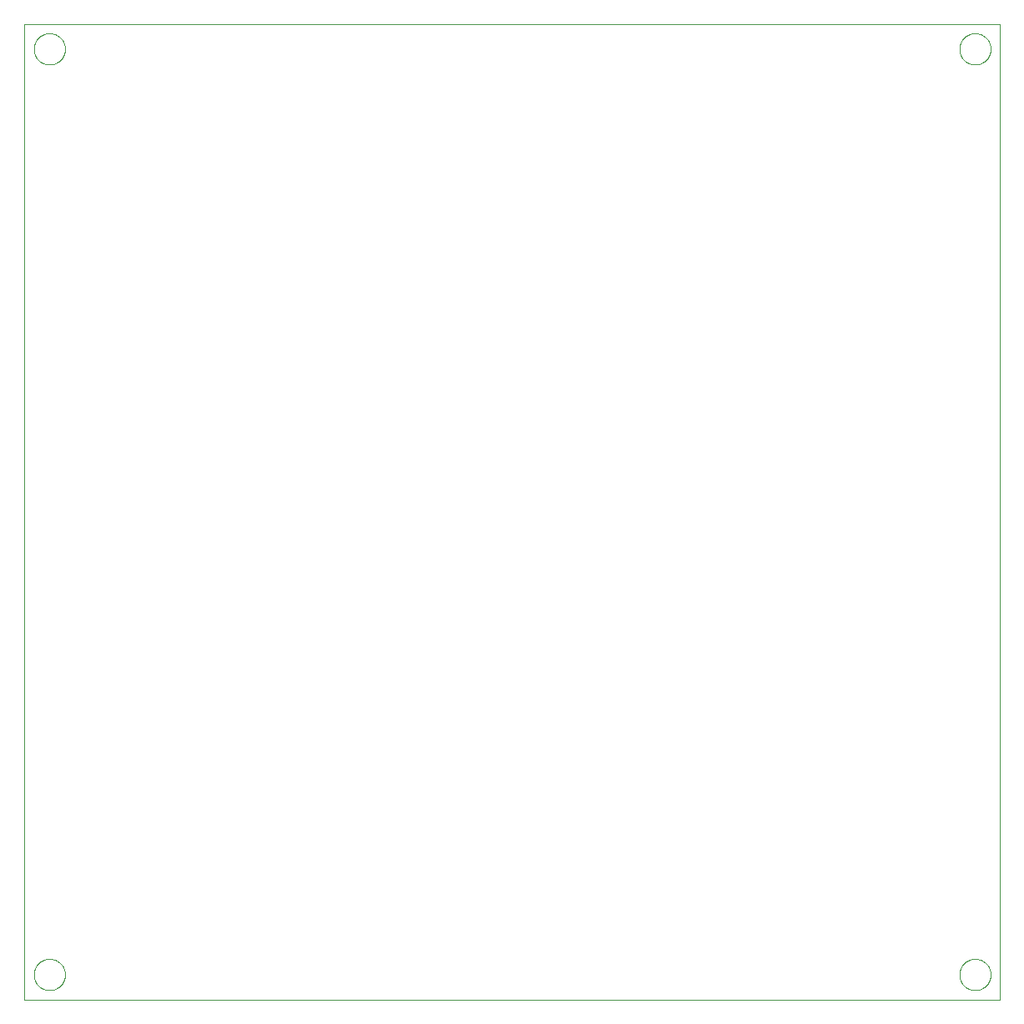
<source format=gko>
G75*
%MOIN*%
%OFA0B0*%
%FSLAX25Y25*%
%IPPOS*%
%LPD*%
%AMOC8*
5,1,8,0,0,1.08239X$1,22.5*
%
%ADD10C,0.00000*%
D10*
X0006300Y0006300D02*
X0006300Y0396300D01*
X0396300Y0396300D01*
X0396300Y0006300D01*
X0006300Y0006300D01*
X0010050Y0016300D02*
X0010052Y0016458D01*
X0010058Y0016615D01*
X0010068Y0016773D01*
X0010082Y0016930D01*
X0010100Y0017086D01*
X0010121Y0017243D01*
X0010147Y0017398D01*
X0010177Y0017553D01*
X0010210Y0017707D01*
X0010248Y0017860D01*
X0010289Y0018013D01*
X0010334Y0018164D01*
X0010383Y0018314D01*
X0010436Y0018462D01*
X0010492Y0018610D01*
X0010553Y0018755D01*
X0010616Y0018900D01*
X0010684Y0019042D01*
X0010755Y0019183D01*
X0010829Y0019322D01*
X0010907Y0019459D01*
X0010989Y0019594D01*
X0011073Y0019727D01*
X0011162Y0019858D01*
X0011253Y0019986D01*
X0011348Y0020113D01*
X0011445Y0020236D01*
X0011546Y0020358D01*
X0011650Y0020476D01*
X0011757Y0020592D01*
X0011867Y0020705D01*
X0011979Y0020816D01*
X0012095Y0020923D01*
X0012213Y0021028D01*
X0012333Y0021130D01*
X0012456Y0021228D01*
X0012582Y0021324D01*
X0012710Y0021416D01*
X0012840Y0021505D01*
X0012972Y0021591D01*
X0013107Y0021673D01*
X0013244Y0021752D01*
X0013382Y0021827D01*
X0013522Y0021899D01*
X0013665Y0021967D01*
X0013808Y0022032D01*
X0013954Y0022093D01*
X0014101Y0022150D01*
X0014249Y0022204D01*
X0014399Y0022254D01*
X0014549Y0022300D01*
X0014701Y0022342D01*
X0014854Y0022381D01*
X0015008Y0022415D01*
X0015163Y0022446D01*
X0015318Y0022472D01*
X0015474Y0022495D01*
X0015631Y0022514D01*
X0015788Y0022529D01*
X0015945Y0022540D01*
X0016103Y0022547D01*
X0016261Y0022550D01*
X0016418Y0022549D01*
X0016576Y0022544D01*
X0016733Y0022535D01*
X0016891Y0022522D01*
X0017047Y0022505D01*
X0017204Y0022484D01*
X0017359Y0022460D01*
X0017514Y0022431D01*
X0017669Y0022398D01*
X0017822Y0022362D01*
X0017975Y0022321D01*
X0018126Y0022277D01*
X0018276Y0022229D01*
X0018425Y0022178D01*
X0018573Y0022122D01*
X0018719Y0022063D01*
X0018864Y0022000D01*
X0019007Y0021933D01*
X0019148Y0021863D01*
X0019287Y0021790D01*
X0019425Y0021713D01*
X0019561Y0021632D01*
X0019694Y0021548D01*
X0019825Y0021461D01*
X0019954Y0021370D01*
X0020081Y0021276D01*
X0020206Y0021179D01*
X0020327Y0021079D01*
X0020447Y0020976D01*
X0020563Y0020870D01*
X0020677Y0020761D01*
X0020789Y0020649D01*
X0020897Y0020535D01*
X0021002Y0020417D01*
X0021105Y0020297D01*
X0021204Y0020175D01*
X0021300Y0020050D01*
X0021393Y0019922D01*
X0021483Y0019793D01*
X0021569Y0019661D01*
X0021653Y0019527D01*
X0021732Y0019391D01*
X0021809Y0019253D01*
X0021881Y0019113D01*
X0021950Y0018971D01*
X0022016Y0018828D01*
X0022078Y0018683D01*
X0022136Y0018536D01*
X0022191Y0018388D01*
X0022242Y0018239D01*
X0022289Y0018088D01*
X0022332Y0017937D01*
X0022371Y0017784D01*
X0022407Y0017630D01*
X0022438Y0017476D01*
X0022466Y0017321D01*
X0022490Y0017165D01*
X0022510Y0017008D01*
X0022526Y0016851D01*
X0022538Y0016694D01*
X0022546Y0016537D01*
X0022550Y0016379D01*
X0022550Y0016221D01*
X0022546Y0016063D01*
X0022538Y0015906D01*
X0022526Y0015749D01*
X0022510Y0015592D01*
X0022490Y0015435D01*
X0022466Y0015279D01*
X0022438Y0015124D01*
X0022407Y0014970D01*
X0022371Y0014816D01*
X0022332Y0014663D01*
X0022289Y0014512D01*
X0022242Y0014361D01*
X0022191Y0014212D01*
X0022136Y0014064D01*
X0022078Y0013917D01*
X0022016Y0013772D01*
X0021950Y0013629D01*
X0021881Y0013487D01*
X0021809Y0013347D01*
X0021732Y0013209D01*
X0021653Y0013073D01*
X0021569Y0012939D01*
X0021483Y0012807D01*
X0021393Y0012678D01*
X0021300Y0012550D01*
X0021204Y0012425D01*
X0021105Y0012303D01*
X0021002Y0012183D01*
X0020897Y0012065D01*
X0020789Y0011951D01*
X0020677Y0011839D01*
X0020563Y0011730D01*
X0020447Y0011624D01*
X0020327Y0011521D01*
X0020206Y0011421D01*
X0020081Y0011324D01*
X0019954Y0011230D01*
X0019825Y0011139D01*
X0019694Y0011052D01*
X0019561Y0010968D01*
X0019425Y0010887D01*
X0019287Y0010810D01*
X0019148Y0010737D01*
X0019007Y0010667D01*
X0018864Y0010600D01*
X0018719Y0010537D01*
X0018573Y0010478D01*
X0018425Y0010422D01*
X0018276Y0010371D01*
X0018126Y0010323D01*
X0017975Y0010279D01*
X0017822Y0010238D01*
X0017669Y0010202D01*
X0017514Y0010169D01*
X0017359Y0010140D01*
X0017204Y0010116D01*
X0017047Y0010095D01*
X0016891Y0010078D01*
X0016733Y0010065D01*
X0016576Y0010056D01*
X0016418Y0010051D01*
X0016261Y0010050D01*
X0016103Y0010053D01*
X0015945Y0010060D01*
X0015788Y0010071D01*
X0015631Y0010086D01*
X0015474Y0010105D01*
X0015318Y0010128D01*
X0015163Y0010154D01*
X0015008Y0010185D01*
X0014854Y0010219D01*
X0014701Y0010258D01*
X0014549Y0010300D01*
X0014399Y0010346D01*
X0014249Y0010396D01*
X0014101Y0010450D01*
X0013954Y0010507D01*
X0013808Y0010568D01*
X0013665Y0010633D01*
X0013522Y0010701D01*
X0013382Y0010773D01*
X0013244Y0010848D01*
X0013107Y0010927D01*
X0012972Y0011009D01*
X0012840Y0011095D01*
X0012710Y0011184D01*
X0012582Y0011276D01*
X0012456Y0011372D01*
X0012333Y0011470D01*
X0012213Y0011572D01*
X0012095Y0011677D01*
X0011979Y0011784D01*
X0011867Y0011895D01*
X0011757Y0012008D01*
X0011650Y0012124D01*
X0011546Y0012242D01*
X0011445Y0012364D01*
X0011348Y0012487D01*
X0011253Y0012614D01*
X0011162Y0012742D01*
X0011073Y0012873D01*
X0010989Y0013006D01*
X0010907Y0013141D01*
X0010829Y0013278D01*
X0010755Y0013417D01*
X0010684Y0013558D01*
X0010616Y0013700D01*
X0010553Y0013845D01*
X0010492Y0013990D01*
X0010436Y0014138D01*
X0010383Y0014286D01*
X0010334Y0014436D01*
X0010289Y0014587D01*
X0010248Y0014740D01*
X0010210Y0014893D01*
X0010177Y0015047D01*
X0010147Y0015202D01*
X0010121Y0015357D01*
X0010100Y0015514D01*
X0010082Y0015670D01*
X0010068Y0015827D01*
X0010058Y0015985D01*
X0010052Y0016142D01*
X0010050Y0016300D01*
X0010050Y0386300D02*
X0010052Y0386458D01*
X0010058Y0386615D01*
X0010068Y0386773D01*
X0010082Y0386930D01*
X0010100Y0387086D01*
X0010121Y0387243D01*
X0010147Y0387398D01*
X0010177Y0387553D01*
X0010210Y0387707D01*
X0010248Y0387860D01*
X0010289Y0388013D01*
X0010334Y0388164D01*
X0010383Y0388314D01*
X0010436Y0388462D01*
X0010492Y0388610D01*
X0010553Y0388755D01*
X0010616Y0388900D01*
X0010684Y0389042D01*
X0010755Y0389183D01*
X0010829Y0389322D01*
X0010907Y0389459D01*
X0010989Y0389594D01*
X0011073Y0389727D01*
X0011162Y0389858D01*
X0011253Y0389986D01*
X0011348Y0390113D01*
X0011445Y0390236D01*
X0011546Y0390358D01*
X0011650Y0390476D01*
X0011757Y0390592D01*
X0011867Y0390705D01*
X0011979Y0390816D01*
X0012095Y0390923D01*
X0012213Y0391028D01*
X0012333Y0391130D01*
X0012456Y0391228D01*
X0012582Y0391324D01*
X0012710Y0391416D01*
X0012840Y0391505D01*
X0012972Y0391591D01*
X0013107Y0391673D01*
X0013244Y0391752D01*
X0013382Y0391827D01*
X0013522Y0391899D01*
X0013665Y0391967D01*
X0013808Y0392032D01*
X0013954Y0392093D01*
X0014101Y0392150D01*
X0014249Y0392204D01*
X0014399Y0392254D01*
X0014549Y0392300D01*
X0014701Y0392342D01*
X0014854Y0392381D01*
X0015008Y0392415D01*
X0015163Y0392446D01*
X0015318Y0392472D01*
X0015474Y0392495D01*
X0015631Y0392514D01*
X0015788Y0392529D01*
X0015945Y0392540D01*
X0016103Y0392547D01*
X0016261Y0392550D01*
X0016418Y0392549D01*
X0016576Y0392544D01*
X0016733Y0392535D01*
X0016891Y0392522D01*
X0017047Y0392505D01*
X0017204Y0392484D01*
X0017359Y0392460D01*
X0017514Y0392431D01*
X0017669Y0392398D01*
X0017822Y0392362D01*
X0017975Y0392321D01*
X0018126Y0392277D01*
X0018276Y0392229D01*
X0018425Y0392178D01*
X0018573Y0392122D01*
X0018719Y0392063D01*
X0018864Y0392000D01*
X0019007Y0391933D01*
X0019148Y0391863D01*
X0019287Y0391790D01*
X0019425Y0391713D01*
X0019561Y0391632D01*
X0019694Y0391548D01*
X0019825Y0391461D01*
X0019954Y0391370D01*
X0020081Y0391276D01*
X0020206Y0391179D01*
X0020327Y0391079D01*
X0020447Y0390976D01*
X0020563Y0390870D01*
X0020677Y0390761D01*
X0020789Y0390649D01*
X0020897Y0390535D01*
X0021002Y0390417D01*
X0021105Y0390297D01*
X0021204Y0390175D01*
X0021300Y0390050D01*
X0021393Y0389922D01*
X0021483Y0389793D01*
X0021569Y0389661D01*
X0021653Y0389527D01*
X0021732Y0389391D01*
X0021809Y0389253D01*
X0021881Y0389113D01*
X0021950Y0388971D01*
X0022016Y0388828D01*
X0022078Y0388683D01*
X0022136Y0388536D01*
X0022191Y0388388D01*
X0022242Y0388239D01*
X0022289Y0388088D01*
X0022332Y0387937D01*
X0022371Y0387784D01*
X0022407Y0387630D01*
X0022438Y0387476D01*
X0022466Y0387321D01*
X0022490Y0387165D01*
X0022510Y0387008D01*
X0022526Y0386851D01*
X0022538Y0386694D01*
X0022546Y0386537D01*
X0022550Y0386379D01*
X0022550Y0386221D01*
X0022546Y0386063D01*
X0022538Y0385906D01*
X0022526Y0385749D01*
X0022510Y0385592D01*
X0022490Y0385435D01*
X0022466Y0385279D01*
X0022438Y0385124D01*
X0022407Y0384970D01*
X0022371Y0384816D01*
X0022332Y0384663D01*
X0022289Y0384512D01*
X0022242Y0384361D01*
X0022191Y0384212D01*
X0022136Y0384064D01*
X0022078Y0383917D01*
X0022016Y0383772D01*
X0021950Y0383629D01*
X0021881Y0383487D01*
X0021809Y0383347D01*
X0021732Y0383209D01*
X0021653Y0383073D01*
X0021569Y0382939D01*
X0021483Y0382807D01*
X0021393Y0382678D01*
X0021300Y0382550D01*
X0021204Y0382425D01*
X0021105Y0382303D01*
X0021002Y0382183D01*
X0020897Y0382065D01*
X0020789Y0381951D01*
X0020677Y0381839D01*
X0020563Y0381730D01*
X0020447Y0381624D01*
X0020327Y0381521D01*
X0020206Y0381421D01*
X0020081Y0381324D01*
X0019954Y0381230D01*
X0019825Y0381139D01*
X0019694Y0381052D01*
X0019561Y0380968D01*
X0019425Y0380887D01*
X0019287Y0380810D01*
X0019148Y0380737D01*
X0019007Y0380667D01*
X0018864Y0380600D01*
X0018719Y0380537D01*
X0018573Y0380478D01*
X0018425Y0380422D01*
X0018276Y0380371D01*
X0018126Y0380323D01*
X0017975Y0380279D01*
X0017822Y0380238D01*
X0017669Y0380202D01*
X0017514Y0380169D01*
X0017359Y0380140D01*
X0017204Y0380116D01*
X0017047Y0380095D01*
X0016891Y0380078D01*
X0016733Y0380065D01*
X0016576Y0380056D01*
X0016418Y0380051D01*
X0016261Y0380050D01*
X0016103Y0380053D01*
X0015945Y0380060D01*
X0015788Y0380071D01*
X0015631Y0380086D01*
X0015474Y0380105D01*
X0015318Y0380128D01*
X0015163Y0380154D01*
X0015008Y0380185D01*
X0014854Y0380219D01*
X0014701Y0380258D01*
X0014549Y0380300D01*
X0014399Y0380346D01*
X0014249Y0380396D01*
X0014101Y0380450D01*
X0013954Y0380507D01*
X0013808Y0380568D01*
X0013665Y0380633D01*
X0013522Y0380701D01*
X0013382Y0380773D01*
X0013244Y0380848D01*
X0013107Y0380927D01*
X0012972Y0381009D01*
X0012840Y0381095D01*
X0012710Y0381184D01*
X0012582Y0381276D01*
X0012456Y0381372D01*
X0012333Y0381470D01*
X0012213Y0381572D01*
X0012095Y0381677D01*
X0011979Y0381784D01*
X0011867Y0381895D01*
X0011757Y0382008D01*
X0011650Y0382124D01*
X0011546Y0382242D01*
X0011445Y0382364D01*
X0011348Y0382487D01*
X0011253Y0382614D01*
X0011162Y0382742D01*
X0011073Y0382873D01*
X0010989Y0383006D01*
X0010907Y0383141D01*
X0010829Y0383278D01*
X0010755Y0383417D01*
X0010684Y0383558D01*
X0010616Y0383700D01*
X0010553Y0383845D01*
X0010492Y0383990D01*
X0010436Y0384138D01*
X0010383Y0384286D01*
X0010334Y0384436D01*
X0010289Y0384587D01*
X0010248Y0384740D01*
X0010210Y0384893D01*
X0010177Y0385047D01*
X0010147Y0385202D01*
X0010121Y0385357D01*
X0010100Y0385514D01*
X0010082Y0385670D01*
X0010068Y0385827D01*
X0010058Y0385985D01*
X0010052Y0386142D01*
X0010050Y0386300D01*
X0380050Y0386300D02*
X0380052Y0386458D01*
X0380058Y0386615D01*
X0380068Y0386773D01*
X0380082Y0386930D01*
X0380100Y0387086D01*
X0380121Y0387243D01*
X0380147Y0387398D01*
X0380177Y0387553D01*
X0380210Y0387707D01*
X0380248Y0387860D01*
X0380289Y0388013D01*
X0380334Y0388164D01*
X0380383Y0388314D01*
X0380436Y0388462D01*
X0380492Y0388610D01*
X0380553Y0388755D01*
X0380616Y0388900D01*
X0380684Y0389042D01*
X0380755Y0389183D01*
X0380829Y0389322D01*
X0380907Y0389459D01*
X0380989Y0389594D01*
X0381073Y0389727D01*
X0381162Y0389858D01*
X0381253Y0389986D01*
X0381348Y0390113D01*
X0381445Y0390236D01*
X0381546Y0390358D01*
X0381650Y0390476D01*
X0381757Y0390592D01*
X0381867Y0390705D01*
X0381979Y0390816D01*
X0382095Y0390923D01*
X0382213Y0391028D01*
X0382333Y0391130D01*
X0382456Y0391228D01*
X0382582Y0391324D01*
X0382710Y0391416D01*
X0382840Y0391505D01*
X0382972Y0391591D01*
X0383107Y0391673D01*
X0383244Y0391752D01*
X0383382Y0391827D01*
X0383522Y0391899D01*
X0383665Y0391967D01*
X0383808Y0392032D01*
X0383954Y0392093D01*
X0384101Y0392150D01*
X0384249Y0392204D01*
X0384399Y0392254D01*
X0384549Y0392300D01*
X0384701Y0392342D01*
X0384854Y0392381D01*
X0385008Y0392415D01*
X0385163Y0392446D01*
X0385318Y0392472D01*
X0385474Y0392495D01*
X0385631Y0392514D01*
X0385788Y0392529D01*
X0385945Y0392540D01*
X0386103Y0392547D01*
X0386261Y0392550D01*
X0386418Y0392549D01*
X0386576Y0392544D01*
X0386733Y0392535D01*
X0386891Y0392522D01*
X0387047Y0392505D01*
X0387204Y0392484D01*
X0387359Y0392460D01*
X0387514Y0392431D01*
X0387669Y0392398D01*
X0387822Y0392362D01*
X0387975Y0392321D01*
X0388126Y0392277D01*
X0388276Y0392229D01*
X0388425Y0392178D01*
X0388573Y0392122D01*
X0388719Y0392063D01*
X0388864Y0392000D01*
X0389007Y0391933D01*
X0389148Y0391863D01*
X0389287Y0391790D01*
X0389425Y0391713D01*
X0389561Y0391632D01*
X0389694Y0391548D01*
X0389825Y0391461D01*
X0389954Y0391370D01*
X0390081Y0391276D01*
X0390206Y0391179D01*
X0390327Y0391079D01*
X0390447Y0390976D01*
X0390563Y0390870D01*
X0390677Y0390761D01*
X0390789Y0390649D01*
X0390897Y0390535D01*
X0391002Y0390417D01*
X0391105Y0390297D01*
X0391204Y0390175D01*
X0391300Y0390050D01*
X0391393Y0389922D01*
X0391483Y0389793D01*
X0391569Y0389661D01*
X0391653Y0389527D01*
X0391732Y0389391D01*
X0391809Y0389253D01*
X0391881Y0389113D01*
X0391950Y0388971D01*
X0392016Y0388828D01*
X0392078Y0388683D01*
X0392136Y0388536D01*
X0392191Y0388388D01*
X0392242Y0388239D01*
X0392289Y0388088D01*
X0392332Y0387937D01*
X0392371Y0387784D01*
X0392407Y0387630D01*
X0392438Y0387476D01*
X0392466Y0387321D01*
X0392490Y0387165D01*
X0392510Y0387008D01*
X0392526Y0386851D01*
X0392538Y0386694D01*
X0392546Y0386537D01*
X0392550Y0386379D01*
X0392550Y0386221D01*
X0392546Y0386063D01*
X0392538Y0385906D01*
X0392526Y0385749D01*
X0392510Y0385592D01*
X0392490Y0385435D01*
X0392466Y0385279D01*
X0392438Y0385124D01*
X0392407Y0384970D01*
X0392371Y0384816D01*
X0392332Y0384663D01*
X0392289Y0384512D01*
X0392242Y0384361D01*
X0392191Y0384212D01*
X0392136Y0384064D01*
X0392078Y0383917D01*
X0392016Y0383772D01*
X0391950Y0383629D01*
X0391881Y0383487D01*
X0391809Y0383347D01*
X0391732Y0383209D01*
X0391653Y0383073D01*
X0391569Y0382939D01*
X0391483Y0382807D01*
X0391393Y0382678D01*
X0391300Y0382550D01*
X0391204Y0382425D01*
X0391105Y0382303D01*
X0391002Y0382183D01*
X0390897Y0382065D01*
X0390789Y0381951D01*
X0390677Y0381839D01*
X0390563Y0381730D01*
X0390447Y0381624D01*
X0390327Y0381521D01*
X0390206Y0381421D01*
X0390081Y0381324D01*
X0389954Y0381230D01*
X0389825Y0381139D01*
X0389694Y0381052D01*
X0389561Y0380968D01*
X0389425Y0380887D01*
X0389287Y0380810D01*
X0389148Y0380737D01*
X0389007Y0380667D01*
X0388864Y0380600D01*
X0388719Y0380537D01*
X0388573Y0380478D01*
X0388425Y0380422D01*
X0388276Y0380371D01*
X0388126Y0380323D01*
X0387975Y0380279D01*
X0387822Y0380238D01*
X0387669Y0380202D01*
X0387514Y0380169D01*
X0387359Y0380140D01*
X0387204Y0380116D01*
X0387047Y0380095D01*
X0386891Y0380078D01*
X0386733Y0380065D01*
X0386576Y0380056D01*
X0386418Y0380051D01*
X0386261Y0380050D01*
X0386103Y0380053D01*
X0385945Y0380060D01*
X0385788Y0380071D01*
X0385631Y0380086D01*
X0385474Y0380105D01*
X0385318Y0380128D01*
X0385163Y0380154D01*
X0385008Y0380185D01*
X0384854Y0380219D01*
X0384701Y0380258D01*
X0384549Y0380300D01*
X0384399Y0380346D01*
X0384249Y0380396D01*
X0384101Y0380450D01*
X0383954Y0380507D01*
X0383808Y0380568D01*
X0383665Y0380633D01*
X0383522Y0380701D01*
X0383382Y0380773D01*
X0383244Y0380848D01*
X0383107Y0380927D01*
X0382972Y0381009D01*
X0382840Y0381095D01*
X0382710Y0381184D01*
X0382582Y0381276D01*
X0382456Y0381372D01*
X0382333Y0381470D01*
X0382213Y0381572D01*
X0382095Y0381677D01*
X0381979Y0381784D01*
X0381867Y0381895D01*
X0381757Y0382008D01*
X0381650Y0382124D01*
X0381546Y0382242D01*
X0381445Y0382364D01*
X0381348Y0382487D01*
X0381253Y0382614D01*
X0381162Y0382742D01*
X0381073Y0382873D01*
X0380989Y0383006D01*
X0380907Y0383141D01*
X0380829Y0383278D01*
X0380755Y0383417D01*
X0380684Y0383558D01*
X0380616Y0383700D01*
X0380553Y0383845D01*
X0380492Y0383990D01*
X0380436Y0384138D01*
X0380383Y0384286D01*
X0380334Y0384436D01*
X0380289Y0384587D01*
X0380248Y0384740D01*
X0380210Y0384893D01*
X0380177Y0385047D01*
X0380147Y0385202D01*
X0380121Y0385357D01*
X0380100Y0385514D01*
X0380082Y0385670D01*
X0380068Y0385827D01*
X0380058Y0385985D01*
X0380052Y0386142D01*
X0380050Y0386300D01*
X0380050Y0016300D02*
X0380052Y0016458D01*
X0380058Y0016615D01*
X0380068Y0016773D01*
X0380082Y0016930D01*
X0380100Y0017086D01*
X0380121Y0017243D01*
X0380147Y0017398D01*
X0380177Y0017553D01*
X0380210Y0017707D01*
X0380248Y0017860D01*
X0380289Y0018013D01*
X0380334Y0018164D01*
X0380383Y0018314D01*
X0380436Y0018462D01*
X0380492Y0018610D01*
X0380553Y0018755D01*
X0380616Y0018900D01*
X0380684Y0019042D01*
X0380755Y0019183D01*
X0380829Y0019322D01*
X0380907Y0019459D01*
X0380989Y0019594D01*
X0381073Y0019727D01*
X0381162Y0019858D01*
X0381253Y0019986D01*
X0381348Y0020113D01*
X0381445Y0020236D01*
X0381546Y0020358D01*
X0381650Y0020476D01*
X0381757Y0020592D01*
X0381867Y0020705D01*
X0381979Y0020816D01*
X0382095Y0020923D01*
X0382213Y0021028D01*
X0382333Y0021130D01*
X0382456Y0021228D01*
X0382582Y0021324D01*
X0382710Y0021416D01*
X0382840Y0021505D01*
X0382972Y0021591D01*
X0383107Y0021673D01*
X0383244Y0021752D01*
X0383382Y0021827D01*
X0383522Y0021899D01*
X0383665Y0021967D01*
X0383808Y0022032D01*
X0383954Y0022093D01*
X0384101Y0022150D01*
X0384249Y0022204D01*
X0384399Y0022254D01*
X0384549Y0022300D01*
X0384701Y0022342D01*
X0384854Y0022381D01*
X0385008Y0022415D01*
X0385163Y0022446D01*
X0385318Y0022472D01*
X0385474Y0022495D01*
X0385631Y0022514D01*
X0385788Y0022529D01*
X0385945Y0022540D01*
X0386103Y0022547D01*
X0386261Y0022550D01*
X0386418Y0022549D01*
X0386576Y0022544D01*
X0386733Y0022535D01*
X0386891Y0022522D01*
X0387047Y0022505D01*
X0387204Y0022484D01*
X0387359Y0022460D01*
X0387514Y0022431D01*
X0387669Y0022398D01*
X0387822Y0022362D01*
X0387975Y0022321D01*
X0388126Y0022277D01*
X0388276Y0022229D01*
X0388425Y0022178D01*
X0388573Y0022122D01*
X0388719Y0022063D01*
X0388864Y0022000D01*
X0389007Y0021933D01*
X0389148Y0021863D01*
X0389287Y0021790D01*
X0389425Y0021713D01*
X0389561Y0021632D01*
X0389694Y0021548D01*
X0389825Y0021461D01*
X0389954Y0021370D01*
X0390081Y0021276D01*
X0390206Y0021179D01*
X0390327Y0021079D01*
X0390447Y0020976D01*
X0390563Y0020870D01*
X0390677Y0020761D01*
X0390789Y0020649D01*
X0390897Y0020535D01*
X0391002Y0020417D01*
X0391105Y0020297D01*
X0391204Y0020175D01*
X0391300Y0020050D01*
X0391393Y0019922D01*
X0391483Y0019793D01*
X0391569Y0019661D01*
X0391653Y0019527D01*
X0391732Y0019391D01*
X0391809Y0019253D01*
X0391881Y0019113D01*
X0391950Y0018971D01*
X0392016Y0018828D01*
X0392078Y0018683D01*
X0392136Y0018536D01*
X0392191Y0018388D01*
X0392242Y0018239D01*
X0392289Y0018088D01*
X0392332Y0017937D01*
X0392371Y0017784D01*
X0392407Y0017630D01*
X0392438Y0017476D01*
X0392466Y0017321D01*
X0392490Y0017165D01*
X0392510Y0017008D01*
X0392526Y0016851D01*
X0392538Y0016694D01*
X0392546Y0016537D01*
X0392550Y0016379D01*
X0392550Y0016221D01*
X0392546Y0016063D01*
X0392538Y0015906D01*
X0392526Y0015749D01*
X0392510Y0015592D01*
X0392490Y0015435D01*
X0392466Y0015279D01*
X0392438Y0015124D01*
X0392407Y0014970D01*
X0392371Y0014816D01*
X0392332Y0014663D01*
X0392289Y0014512D01*
X0392242Y0014361D01*
X0392191Y0014212D01*
X0392136Y0014064D01*
X0392078Y0013917D01*
X0392016Y0013772D01*
X0391950Y0013629D01*
X0391881Y0013487D01*
X0391809Y0013347D01*
X0391732Y0013209D01*
X0391653Y0013073D01*
X0391569Y0012939D01*
X0391483Y0012807D01*
X0391393Y0012678D01*
X0391300Y0012550D01*
X0391204Y0012425D01*
X0391105Y0012303D01*
X0391002Y0012183D01*
X0390897Y0012065D01*
X0390789Y0011951D01*
X0390677Y0011839D01*
X0390563Y0011730D01*
X0390447Y0011624D01*
X0390327Y0011521D01*
X0390206Y0011421D01*
X0390081Y0011324D01*
X0389954Y0011230D01*
X0389825Y0011139D01*
X0389694Y0011052D01*
X0389561Y0010968D01*
X0389425Y0010887D01*
X0389287Y0010810D01*
X0389148Y0010737D01*
X0389007Y0010667D01*
X0388864Y0010600D01*
X0388719Y0010537D01*
X0388573Y0010478D01*
X0388425Y0010422D01*
X0388276Y0010371D01*
X0388126Y0010323D01*
X0387975Y0010279D01*
X0387822Y0010238D01*
X0387669Y0010202D01*
X0387514Y0010169D01*
X0387359Y0010140D01*
X0387204Y0010116D01*
X0387047Y0010095D01*
X0386891Y0010078D01*
X0386733Y0010065D01*
X0386576Y0010056D01*
X0386418Y0010051D01*
X0386261Y0010050D01*
X0386103Y0010053D01*
X0385945Y0010060D01*
X0385788Y0010071D01*
X0385631Y0010086D01*
X0385474Y0010105D01*
X0385318Y0010128D01*
X0385163Y0010154D01*
X0385008Y0010185D01*
X0384854Y0010219D01*
X0384701Y0010258D01*
X0384549Y0010300D01*
X0384399Y0010346D01*
X0384249Y0010396D01*
X0384101Y0010450D01*
X0383954Y0010507D01*
X0383808Y0010568D01*
X0383665Y0010633D01*
X0383522Y0010701D01*
X0383382Y0010773D01*
X0383244Y0010848D01*
X0383107Y0010927D01*
X0382972Y0011009D01*
X0382840Y0011095D01*
X0382710Y0011184D01*
X0382582Y0011276D01*
X0382456Y0011372D01*
X0382333Y0011470D01*
X0382213Y0011572D01*
X0382095Y0011677D01*
X0381979Y0011784D01*
X0381867Y0011895D01*
X0381757Y0012008D01*
X0381650Y0012124D01*
X0381546Y0012242D01*
X0381445Y0012364D01*
X0381348Y0012487D01*
X0381253Y0012614D01*
X0381162Y0012742D01*
X0381073Y0012873D01*
X0380989Y0013006D01*
X0380907Y0013141D01*
X0380829Y0013278D01*
X0380755Y0013417D01*
X0380684Y0013558D01*
X0380616Y0013700D01*
X0380553Y0013845D01*
X0380492Y0013990D01*
X0380436Y0014138D01*
X0380383Y0014286D01*
X0380334Y0014436D01*
X0380289Y0014587D01*
X0380248Y0014740D01*
X0380210Y0014893D01*
X0380177Y0015047D01*
X0380147Y0015202D01*
X0380121Y0015357D01*
X0380100Y0015514D01*
X0380082Y0015670D01*
X0380068Y0015827D01*
X0380058Y0015985D01*
X0380052Y0016142D01*
X0380050Y0016300D01*
M02*

</source>
